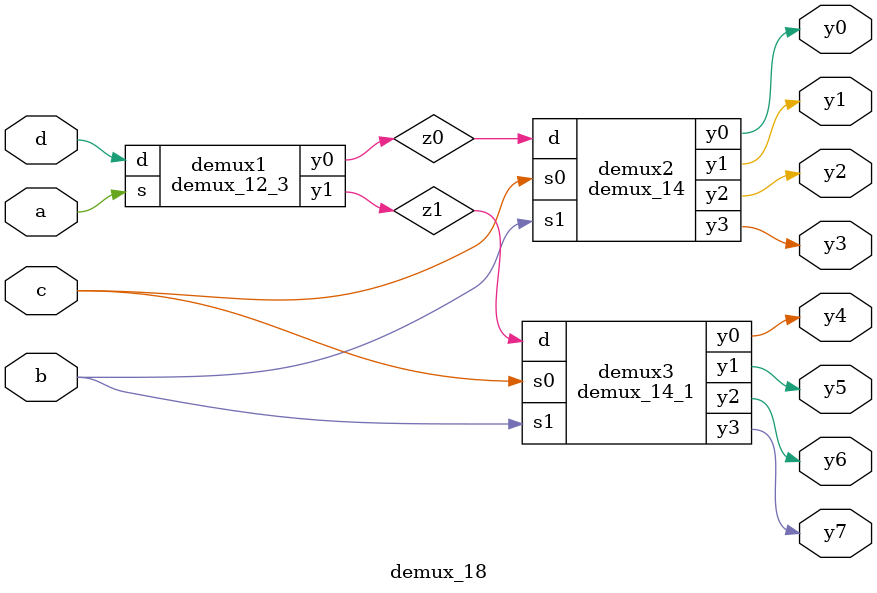
<source format=v>


// Verification Directory fv/demux_18 

module demux_12_3(s, d, y0, y1);
  input s, d;
  output y0, y1;
  wire s, d;
  wire y0, y1;
  NOR2BXL g17(.AN (d), .B (s), .Y (y0));
  AND2X1 g18(.A (d), .B (s), .Y (y1));
endmodule

module demux_12(s, d, y0, y1);
  input s, d;
  output y0, y1;
  wire s, d;
  wire y0, y1;
  NOR2BXL g17(.AN (d), .B (s), .Y (y0));
  AND2X1 g18(.A (s), .B (d), .Y (y1));
endmodule

module demux_12_1(s, d, y0, y1);
  input s, d;
  output y0, y1;
  wire s, d;
  wire y0, y1;
  NOR2BXL g17(.AN (d), .B (s), .Y (y0));
  AND2XL g18(.A (s), .B (d), .Y (y1));
endmodule

module demux_12_2(s, d, y0, y1);
  input s, d;
  output y0, y1;
  wire s, d;
  wire y0, y1;
  NOR2BXL g17(.AN (d), .B (s), .Y (y0));
  AND2XL g18(.A (s), .B (d), .Y (y1));
endmodule

module demux_14(d, s0, s1, y0, y1, y2, y3);
  input d, s0, s1;
  output y0, y1, y2, y3;
  wire d, s0, s1;
  wire y0, y1, y2, y3;
  wire z0, z1;
  demux_12 demux1(s1, d, z0, z1);
  demux_12_1 demux2(s0, z0, y0, y1);
  demux_12_2 demux3(s0, z1, y2, y3);
endmodule

module demux_12_4(s, d, y0, y1);
  input s, d;
  output y0, y1;
  wire s, d;
  wire y0, y1;
  NOR2BXL g17(.AN (d), .B (s), .Y (y0));
  AND2X1 g18(.A (s), .B (d), .Y (y1));
endmodule

module demux_12_5(s, d, y0, y1);
  input s, d;
  output y0, y1;
  wire s, d;
  wire y0, y1;
  NOR2BXL g17(.AN (d), .B (s), .Y (y0));
  AND2XL g18(.A (s), .B (d), .Y (y1));
endmodule

module demux_12_6(s, d, y0, y1);
  input s, d;
  output y0, y1;
  wire s, d;
  wire y0, y1;
  NOR2BXL g17(.AN (d), .B (s), .Y (y0));
  AND2XL g18(.A (s), .B (d), .Y (y1));
endmodule

module demux_14_1(d, s0, s1, y0, y1, y2, y3);
  input d, s0, s1;
  output y0, y1, y2, y3;
  wire d, s0, s1;
  wire y0, y1, y2, y3;
  wire z0, z1;
  demux_12_4 demux1(.s (s1), .d (d), .y0 (z0), .y1 (z1));
  demux_12_5 demux2(.s (s0), .d (z0), .y0 (y0), .y1 (y1));
  demux_12_6 demux3(.s (s0), .d (z1), .y0 (y2), .y1 (y3));
endmodule

module demux_18(d, a, b, c, y0, y1, y2, y3, y4, y5, y6, y7);
  input d, a, b, c;
  output y0, y1, y2, y3, y4, y5, y6, y7;
  wire d, a, b, c;
  wire y0, y1, y2, y3, y4, y5, y6, y7;
  wire z0, z1;
  demux_12_3 demux1(a, d, z0, z1);
  demux_14 demux2(z0, c, b, y0, y1, y2, y3);
  demux_14_1 demux3(z1, c, b, y4, y5, y6, y7);
endmodule


</source>
